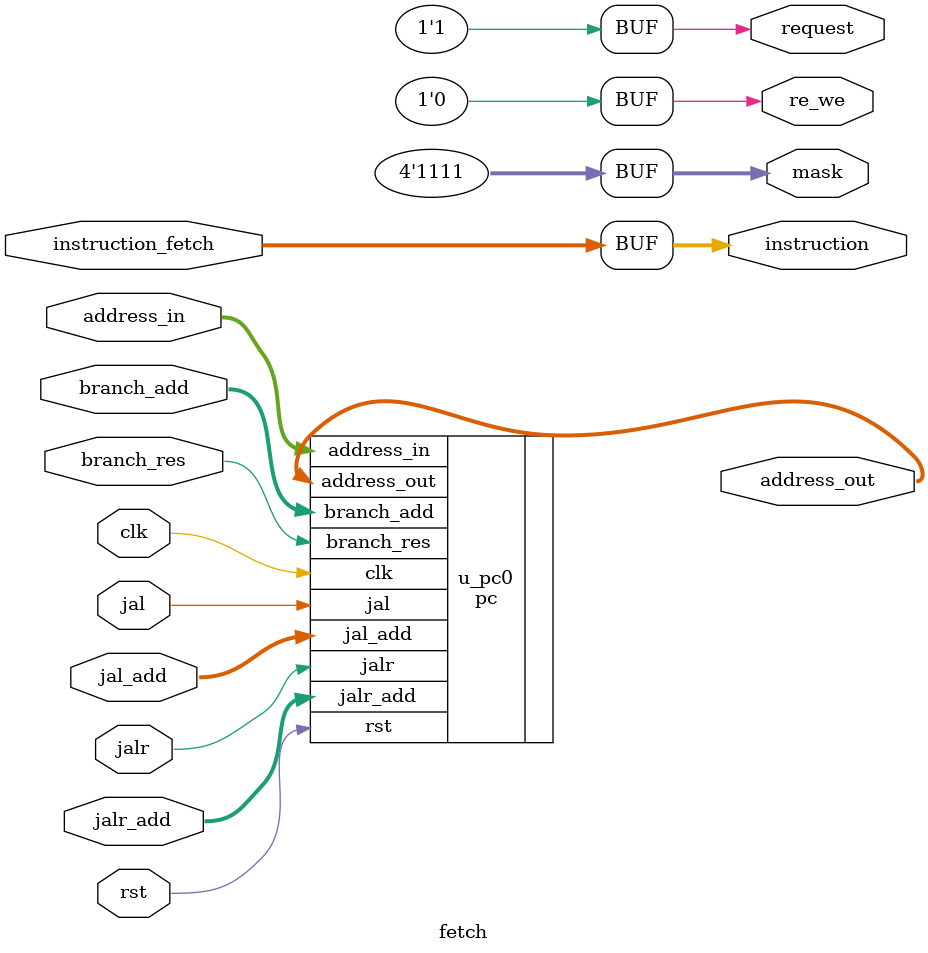
<source format=v>

module fetch (
    input wire clk,rst,branch_res,jal,jalr,
    input wire [31:0] address_in,
    input wire [31:0] branch_add,jalr_add,jal_add,
    input wire [31:0] instruction_fetch,
    
    output wire [3:0] mask,
    output wire request,
    output wire re_we,
    output reg [31:0]instruction,
    output wire [31:0] address_out
    );

     pc u_pc0(
        .clk(clk),
        .rst(rst),
        .branch_add(branch_add),
        .branch_res(branch_res),
        .address_in(address_in),
        .address_out(address_out),
        .jal(jal),
        .jalr(jalr),
        .jal_add(jal_add),
        .jalr_add(jalr_add)
        );

        assign mask =4'b1111;
        assign request = 1'b1;
        assign re_we = 0;
        
        always @ (*) begin 
        instruction = instruction_fetch ;
       end
endmodule
</source>
